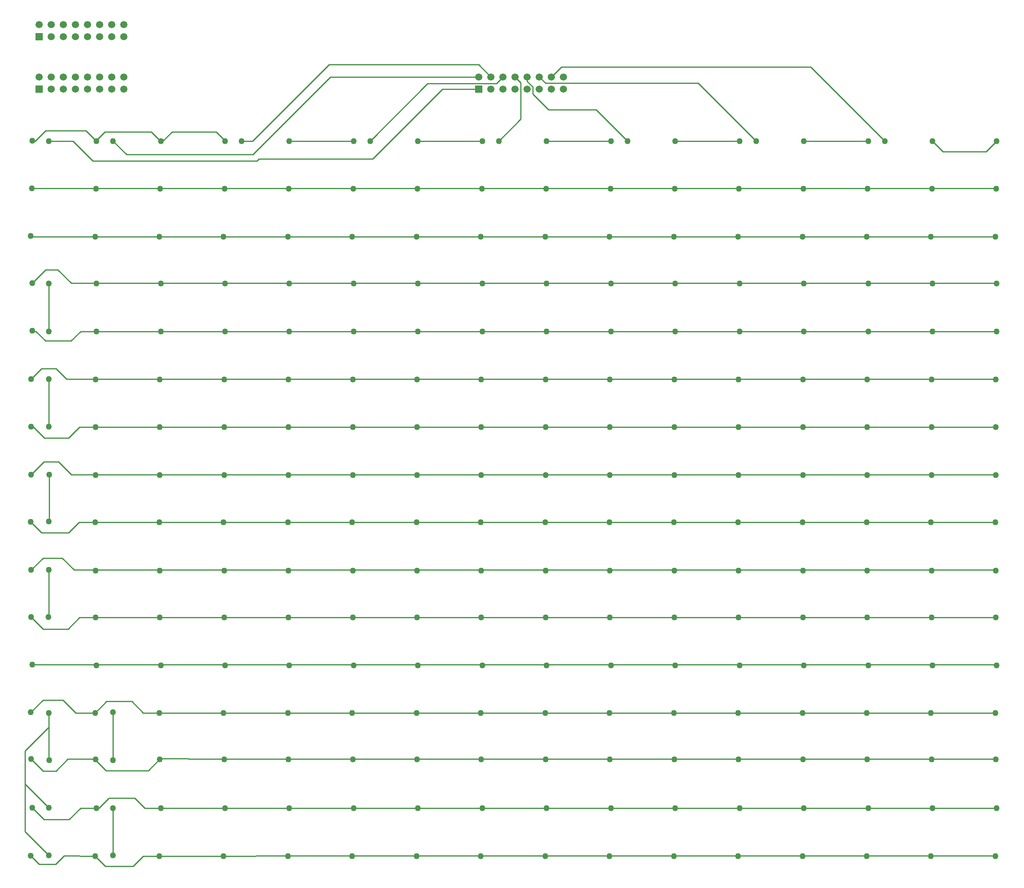
<source format=gbr>
G04 Layer_Physical_Order=2*
G04 Layer_Color=16711680*
%FSLAX45Y45*%
%MOMM*%
%TF.FileFunction,Copper,L2,Bot,Signal*%
%TF.Part,Single*%
G01*
G75*
%TA.AperFunction,Conductor*%
%ADD11C,0.25400*%
%TA.AperFunction,ComponentPad*%
%ADD12C,1.50000*%
%ADD13R,1.50000X1.50000*%
%TA.AperFunction,ViaPad*%
%ADD14C,1.27000*%
D11*
X25062398Y28179999D02*
X26617001Y26625397D01*
X19833179Y28179999D02*
X25062398D01*
X19622577Y27969397D02*
X19833179Y28179999D01*
X22702399Y27839999D02*
X23917001Y26625397D01*
X19497975Y27839999D02*
X22702399D01*
X19368578Y27969397D02*
X19497975Y27839999D01*
X20562399Y27279999D02*
X21217001Y26625397D01*
X19560001Y27279999D02*
X20562399D01*
X19227676Y27612323D02*
X19560001Y27279999D01*
X19227676Y27612323D02*
Y27762244D01*
X19114577Y27875345D02*
X19227676Y27762244D01*
X19114577Y27875345D02*
Y27969397D01*
X18517001Y26625397D02*
X18980000Y27088397D01*
Y27849976D01*
X18860577Y27969397D02*
X18980000Y27849976D01*
X15817001Y26625397D02*
X17021603Y27829999D01*
X18467178D02*
X18606577Y27969397D01*
X18091975Y28229999D02*
X18352577Y27969397D01*
X13117001Y26625397D02*
X13345396D01*
X17021603Y27829999D02*
X18467178D01*
X13345396Y26625397D02*
X14950000Y28229999D01*
X18091975D01*
X14979398Y27969397D02*
X18098576D01*
X13350000Y26339999D02*
X14979398Y27969397D01*
X10702400Y26339999D02*
X13350000D01*
X10417002Y26625397D02*
X10702400Y26339999D01*
X9066997Y26625397D02*
X9575398D01*
X9990795Y26210001D01*
X13439999D01*
X13480000Y26250000D01*
X15870000D01*
X17335397Y27715399D01*
X18098576D01*
X8780000Y26620001D02*
X9000000Y26839999D01*
X9850000D01*
X10070000Y26620001D01*
Y26639999D01*
X10250000Y26820001D01*
X11220000D01*
X11410000Y26629999D01*
X11470000D02*
X11660000Y26820001D01*
X12580000D01*
X12770000Y26629999D01*
X8770000D02*
X8780000Y26620001D01*
X8720000Y26629999D02*
X8770000D01*
X28949997Y25629999D02*
X28959998Y25620001D01*
X8690000Y24630000D02*
X8700000Y24620000D01*
X10040000D01*
X11390000D01*
X12739999D01*
X14089999D01*
X15439999D01*
X16789999D01*
X18139999D01*
X19489999D01*
X20839998D01*
X22189998D01*
X23539998D01*
X24889998D01*
X26239999D01*
X27589999D01*
X28939996D01*
X28959998Y23639999D02*
X28969998Y23630000D01*
X10070000Y22630000D02*
X11420000D01*
X12770000D01*
X14120000D01*
X15470000D01*
X16820000D01*
X18170000D01*
X19520000D01*
X20870000D01*
X22219998D01*
X23569998D01*
X24919998D01*
X26269998D01*
X27619998D01*
X28969998D01*
X28939996Y21630000D02*
X28949997Y21620000D01*
X8700000Y20630000D02*
X8710000Y20620000D01*
X10050000D02*
X11400000D01*
X12749999D01*
X14099998D01*
X15449998D01*
X16799998D01*
X18149998D01*
X19499998D01*
X20849998D01*
X22199998D01*
X23549998D01*
X24899998D01*
X26249997D01*
X27599997D01*
X28949997D01*
X28939996Y19620000D02*
X28949997Y19610001D01*
X8690000Y18630000D02*
X8920000Y18400000D01*
X10040000Y18620000D02*
X11390000D01*
X12739999D01*
X14089999D01*
X15439999D01*
X16789999D01*
X18139999D01*
X19489999D01*
X20839998D01*
X22189998D01*
X23539998D01*
X24889998D01*
X26239999D01*
X27589999D01*
X28939996D01*
Y17620000D02*
X28949997Y17610001D01*
X8700000Y16630000D02*
X8950000Y16380000D01*
X10050000Y16620000D02*
X11400000D01*
X12749999D01*
X14099998D01*
X15449998D01*
X16799998D01*
X18149998D01*
X19499998D01*
X20849998D01*
X22199998D01*
X23549998D01*
X24899998D01*
X26249997D01*
X27599997D01*
X28949997D01*
X28959998Y15630000D02*
X28969998Y15620000D01*
X11390000Y14620000D02*
X12739999D01*
X14089999D01*
X15439999D01*
X16789999D01*
X18139999D01*
X19489999D01*
X20839998D01*
X22189998D01*
X23539998D01*
X24889998D01*
X26239999D01*
X27589999D01*
X28939996D01*
Y13650000D02*
X28949997Y13639999D01*
X8720000Y12630000D02*
X8970000Y12380000D01*
X11420000Y12620000D02*
X12770000D01*
X14120000D01*
X15470000D01*
X16820000D01*
X18170000D01*
X19520000D01*
X20870000D01*
X22219998D01*
X23569998D01*
X24919998D01*
X26269998D01*
X27619998D01*
X28969998D01*
X28929999Y11620000D02*
X28939996Y11610000D01*
X27619998Y26620001D02*
X27839999Y26400000D01*
X28749997D01*
X28969998Y26620001D01*
X24919998D02*
X26269998D01*
X22219998D02*
X23569998D01*
X19520000D02*
X20870000D01*
X16820000D02*
X18170000D01*
X14120000D02*
X15470000D01*
X9260000Y23920000D02*
X9540000Y23639999D01*
X9000000Y23920000D02*
X9260000D01*
X8720000Y23639999D02*
X9000000Y23920000D01*
X8720000Y22639999D02*
X8730000Y22630000D01*
X9735000D02*
X10070000D01*
X8730000D02*
X8800000D01*
X9000000Y22430000D01*
X9535000D01*
X9735000Y22630000D01*
X9220000Y21850000D02*
X9440000Y21630000D01*
X8920000Y21850000D02*
X9220000D01*
X8700000Y21630000D02*
X8920000Y21850000D01*
X9715000Y20620000D02*
X10050000D01*
X8710000D02*
X8750000D01*
X9485000Y20389999D02*
X9715000Y20620000D01*
X9270000Y19889999D02*
X9540000Y19620000D01*
X8970000Y19889999D02*
X9270000D01*
X8700000Y19620000D02*
X8970000Y19889999D01*
X9485000Y18400000D02*
X9705000Y18620000D01*
X10040000D01*
X8920000Y18400000D02*
X9485000D01*
X9350000Y17870000D02*
X9600000Y17620000D01*
X8950000Y17870000D02*
X9350000D01*
X8700000Y17620000D02*
X8950000Y17870000D01*
X9475000Y16380000D02*
X9715000Y16620000D01*
X10050000D01*
X8950000Y16380000D02*
X9475000D01*
X9640000Y14620000D02*
X10040000D01*
X9370000Y14889999D02*
X9640000Y14620000D01*
X8950000Y14889999D02*
X9370000D01*
X8690000Y14630000D02*
X8950000Y14889999D01*
X9220000Y13400000D02*
X9470000Y13650000D01*
X8950000Y13400000D02*
X9220000D01*
X8700000Y13650000D02*
X8950000Y13400000D01*
X9495000Y12380000D02*
X9735000Y12620000D01*
X10070000D01*
X8970000Y12380000D02*
X9495000D01*
X9210000Y11440000D02*
X9390000Y11620000D01*
X8870000Y11440000D02*
X9210000D01*
X8690000Y11620000D02*
X8870000Y11440000D01*
X9390000Y11620000D02*
X10040000Y11610000D01*
X9070000Y22630000D02*
Y23630000D01*
X8980000Y20389999D02*
X9485000D01*
X8750000Y20620000D02*
X8980000Y20389999D01*
X9070000Y20630000D02*
Y21630000D01*
X9080000Y18650000D02*
Y19620000D01*
X9070000Y18639999D02*
X9080000Y18650000D01*
X9070000Y16639999D02*
Y17620000D01*
X9060000Y16630000D02*
X9070000Y16639999D01*
Y13639999D02*
X9080000Y13630000D01*
X8570000Y13820000D02*
X9070000Y14320000D01*
X8570000Y12130000D02*
X9070000Y11630000D01*
Y13639999D02*
Y14320000D01*
Y14620000D01*
X8580000Y13120000D02*
X9070000Y12630000D01*
X8570000Y13120000D02*
X8580000D01*
X8570000Y12130000D02*
Y13120000D01*
Y13820000D01*
X10812500Y14860001D02*
X11052500Y14620000D01*
X11390000D01*
X10040000D02*
X10280000Y14860001D01*
X10812500D01*
X11410000Y13660001D02*
X11993749D01*
X12003749Y13650000D01*
X9470000D02*
X10030000D01*
X10270000Y13410001D02*
X11160000D01*
X10872500Y12830000D02*
X11082500Y12620000D01*
X11420000D01*
X10070000D02*
X10120000D01*
X10330000Y12830000D01*
X10872500D01*
X11389997Y11612000D02*
X12739994Y11614000D01*
X14089990Y11616000D01*
X15439987Y11618000D01*
X16789984Y11620000D01*
X10841847Y11400225D02*
X11052497Y11611500D01*
X11389997Y11612000D01*
X10040000Y11610000D02*
X10251275Y11399350D01*
X10841847Y11400225D01*
X10420000Y13630000D02*
Y14630000D01*
Y11630000D02*
Y12620000D01*
X8710000Y25629999D02*
X11410000D01*
X16809999D01*
X20859999D01*
X26259998D01*
X28949997D01*
X11410000Y26629999D02*
X11470000D01*
X9540000Y23639999D02*
X10070000D01*
X15470000D01*
X18170000D01*
X20870000D01*
X26269998D01*
X28959998D01*
X9440000Y21630000D02*
X10050000D01*
X15449998D01*
X18149998D01*
X20849998D01*
X26249997D01*
X28939996D01*
X9540000Y19620000D02*
X18149998D01*
X20849998D01*
X26249997D01*
X28939996D01*
X9600000Y17620000D02*
X16799998D01*
X19499998D01*
X22199998D01*
X26249997D01*
X28939996D01*
X8720000Y15630000D02*
X12770000D01*
X15470000D01*
X18170000D01*
X20870000D01*
X26269998D01*
X28959998D01*
X10030000Y13650000D02*
X10270000Y13410001D01*
X11160000D02*
X11410000Y13660001D01*
X12003749Y13650000D02*
X15449998D01*
X18149998D01*
X24899998D01*
X28939996D01*
X16789984Y11620000D02*
X18139999D01*
X24889998D01*
X28929999D01*
D12*
X19876578Y27969397D02*
D03*
Y27715399D02*
D03*
X19622577Y27969397D02*
D03*
Y27715399D02*
D03*
X19368578Y27969397D02*
D03*
Y27715399D02*
D03*
X19114577Y27969397D02*
D03*
Y27715399D02*
D03*
X18860577Y27969397D02*
D03*
Y27715399D02*
D03*
X18606577Y27969397D02*
D03*
Y27715399D02*
D03*
X18352577Y27969397D02*
D03*
Y27715399D02*
D03*
X18098576Y27969397D02*
D03*
X10644318D02*
D03*
Y27715399D02*
D03*
X10390318Y27969397D02*
D03*
Y27715399D02*
D03*
X10136318Y27969397D02*
D03*
Y27715399D02*
D03*
X9882318Y27969397D02*
D03*
Y27715399D02*
D03*
X9628318Y27969397D02*
D03*
Y27715399D02*
D03*
X9374318Y27969397D02*
D03*
Y27715399D02*
D03*
X9120318Y27969397D02*
D03*
Y27715399D02*
D03*
X8866318Y27969397D02*
D03*
X10644322Y29070001D02*
D03*
Y28816000D02*
D03*
X10390322Y29070001D02*
D03*
Y28816000D02*
D03*
X10136322Y29070001D02*
D03*
Y28816000D02*
D03*
X9882322Y29070001D02*
D03*
Y28816000D02*
D03*
X9628322Y29070001D02*
D03*
Y28816000D02*
D03*
X9374322Y29070001D02*
D03*
Y28816000D02*
D03*
X9120322Y29070001D02*
D03*
Y28816000D02*
D03*
X8866322Y29070001D02*
D03*
D13*
X18098576Y27715399D02*
D03*
X8866318D02*
D03*
X8866322Y28816000D02*
D03*
D14*
X9066997Y26625397D02*
D03*
X10417002D02*
D03*
X13117001D02*
D03*
X15817001D02*
D03*
X18517001D02*
D03*
X21217001D02*
D03*
X23917001D02*
D03*
X26617001D02*
D03*
X10070000Y26620001D02*
D03*
X11420000D02*
D03*
X12770000D02*
D03*
X14120000D02*
D03*
X15470000D02*
D03*
X16820000D02*
D03*
X18170000D02*
D03*
X19520000D02*
D03*
X20870000D02*
D03*
X22219998D02*
D03*
X23569998D02*
D03*
X24919998D02*
D03*
X26269998D02*
D03*
X27619998D02*
D03*
X28969998D02*
D03*
X8720000Y26629999D02*
D03*
X8710000Y25629999D02*
D03*
X28959998Y25620001D02*
D03*
X27609998D02*
D03*
X26259998D02*
D03*
X24909998D02*
D03*
X23559998D02*
D03*
X22209999D02*
D03*
X20859999D02*
D03*
X19509999D02*
D03*
X18159999D02*
D03*
X16809999D02*
D03*
X15459999D02*
D03*
X14109999D02*
D03*
X12760000D02*
D03*
X11410000D02*
D03*
X10060000D02*
D03*
X8690000Y24630000D02*
D03*
X28939996Y24620000D02*
D03*
X27589999D02*
D03*
X26239999D02*
D03*
X24889998D02*
D03*
X23539998D02*
D03*
X22189998D02*
D03*
X20839998D02*
D03*
X19489999D02*
D03*
X18139999D02*
D03*
X16789999D02*
D03*
X15439999D02*
D03*
X14089999D02*
D03*
X12739999D02*
D03*
X11390000D02*
D03*
X10040000D02*
D03*
X8720000Y23639999D02*
D03*
X28969998Y23630000D02*
D03*
X27619998D02*
D03*
X26269998D02*
D03*
X24919998D02*
D03*
X23569998D02*
D03*
X22219998D02*
D03*
X20870000D02*
D03*
X19520000D02*
D03*
X18170000D02*
D03*
X16820000D02*
D03*
X15470000D02*
D03*
X14120000D02*
D03*
X12770000D02*
D03*
X11420000D02*
D03*
X10070000D02*
D03*
X8720000Y22639999D02*
D03*
X28969998Y22630000D02*
D03*
X27619998D02*
D03*
X26269998D02*
D03*
X24919998D02*
D03*
X23569998D02*
D03*
X22219998D02*
D03*
X20870000D02*
D03*
X19520000D02*
D03*
X18170000D02*
D03*
X16820000D02*
D03*
X15470000D02*
D03*
X14120000D02*
D03*
X12770000D02*
D03*
X11420000D02*
D03*
X10070000D02*
D03*
X8700000Y21630000D02*
D03*
X28949997Y21620000D02*
D03*
X27599997D02*
D03*
X26249997D02*
D03*
X24899998D02*
D03*
X23549998D02*
D03*
X22199998D02*
D03*
X20849998D02*
D03*
X19499998D02*
D03*
X18149998D02*
D03*
X16799998D02*
D03*
X15449998D02*
D03*
X14099998D02*
D03*
X12749999D02*
D03*
X11400000D02*
D03*
X10050000D02*
D03*
X8700000Y20630000D02*
D03*
X28949997Y20620000D02*
D03*
X27599997D02*
D03*
X26249997D02*
D03*
X24899998D02*
D03*
X23549998D02*
D03*
X22199998D02*
D03*
X20849998D02*
D03*
X19499998D02*
D03*
X18149998D02*
D03*
X16799998D02*
D03*
X15449998D02*
D03*
X14099998D02*
D03*
X12749999D02*
D03*
X11400000D02*
D03*
X10050000D02*
D03*
X8700000Y19620000D02*
D03*
X28949997Y19610001D02*
D03*
X27599997D02*
D03*
X26249997D02*
D03*
X24899998D02*
D03*
X23549998D02*
D03*
X22199998D02*
D03*
X20849998D02*
D03*
X19499998D02*
D03*
X18149998D02*
D03*
X16799998D02*
D03*
X15449998D02*
D03*
X14099998D02*
D03*
X12749999D02*
D03*
X11400000D02*
D03*
X10050000D02*
D03*
X8690000Y18630000D02*
D03*
X28939996Y18620000D02*
D03*
X27589999D02*
D03*
X26239999D02*
D03*
X24889998D02*
D03*
X23539998D02*
D03*
X22189998D02*
D03*
X20839998D02*
D03*
X19489999D02*
D03*
X18139999D02*
D03*
X16789999D02*
D03*
X15439999D02*
D03*
X14089999D02*
D03*
X12739999D02*
D03*
X11390000D02*
D03*
X10040000D02*
D03*
X8700000Y17620000D02*
D03*
X28949997Y17610001D02*
D03*
X27599997D02*
D03*
X26249997D02*
D03*
X24899998D02*
D03*
X23549998D02*
D03*
X22199998D02*
D03*
X20849998D02*
D03*
X19499998D02*
D03*
X18149998D02*
D03*
X16799998D02*
D03*
X15449998D02*
D03*
X14099998D02*
D03*
X12749999D02*
D03*
X11400000D02*
D03*
X10050000D02*
D03*
X8700000Y16630000D02*
D03*
X28949997Y16620000D02*
D03*
X27599997D02*
D03*
X26249997D02*
D03*
X24899998D02*
D03*
X23549998D02*
D03*
X22199998D02*
D03*
X20849998D02*
D03*
X19499998D02*
D03*
X18149998D02*
D03*
X16799998D02*
D03*
X15449998D02*
D03*
X14099998D02*
D03*
X12749999D02*
D03*
X11400000D02*
D03*
X10050000D02*
D03*
X8720000Y15630000D02*
D03*
X28969998Y15620000D02*
D03*
X27619998D02*
D03*
X26269998D02*
D03*
X24919998D02*
D03*
X23569998D02*
D03*
X22219998D02*
D03*
X20870000D02*
D03*
X19520000D02*
D03*
X18170000D02*
D03*
X16820000D02*
D03*
X15470000D02*
D03*
X14120000D02*
D03*
X12770000D02*
D03*
X11420000D02*
D03*
X10070000D02*
D03*
X8690000Y14630000D02*
D03*
X28939996Y14620000D02*
D03*
X27589999D02*
D03*
X26239999D02*
D03*
X24889998D02*
D03*
X23539998D02*
D03*
X22189998D02*
D03*
X20839998D02*
D03*
X19489999D02*
D03*
X18139999D02*
D03*
X16789999D02*
D03*
X15439999D02*
D03*
X14089999D02*
D03*
X12739999D02*
D03*
X11390000D02*
D03*
X10040000D02*
D03*
X8700000Y13650000D02*
D03*
X28949997Y13639999D02*
D03*
X27599997D02*
D03*
X26249997D02*
D03*
X24899998D02*
D03*
X23549998D02*
D03*
X22199998D02*
D03*
X20849998D02*
D03*
X19499998D02*
D03*
X18149998D02*
D03*
X16799998D02*
D03*
X15449998D02*
D03*
X14099998D02*
D03*
X12749999D02*
D03*
X11400000D02*
D03*
X10050000D02*
D03*
X8720000Y12630000D02*
D03*
X28969998Y12620000D02*
D03*
X27619998D02*
D03*
X26269998D02*
D03*
X24919998D02*
D03*
X23569998D02*
D03*
X22219998D02*
D03*
X20870000D02*
D03*
X19520000D02*
D03*
X18170000D02*
D03*
X16820000D02*
D03*
X15470000D02*
D03*
X14120000D02*
D03*
X12770000D02*
D03*
X11420000D02*
D03*
X10070000D02*
D03*
X8690000Y11620000D02*
D03*
X28939996Y11610000D02*
D03*
X27589999D02*
D03*
X26239999D02*
D03*
X24889998D02*
D03*
X23539998D02*
D03*
X22189998D02*
D03*
X20839998D02*
D03*
X19489999D02*
D03*
X18139999D02*
D03*
X16789999D02*
D03*
X15439999D02*
D03*
X14089999D02*
D03*
X12739999D02*
D03*
X11390000D02*
D03*
X10040000D02*
D03*
X9070000Y11630000D02*
D03*
Y12630000D02*
D03*
X9080000Y13630000D02*
D03*
X9070000Y14620000D02*
D03*
Y17620000D02*
D03*
X9060000Y16630000D02*
D03*
X9070000Y20630000D02*
D03*
Y21630000D02*
D03*
Y22630000D02*
D03*
Y23630000D02*
D03*
X9080000Y19620000D02*
D03*
X9070000Y18639999D02*
D03*
X10420000Y11630000D02*
D03*
Y12620000D02*
D03*
Y13630000D02*
D03*
Y14630000D02*
D03*
%TF.MD5,0bb1c13f5013df7a074601aff7115579*%
M02*

</source>
